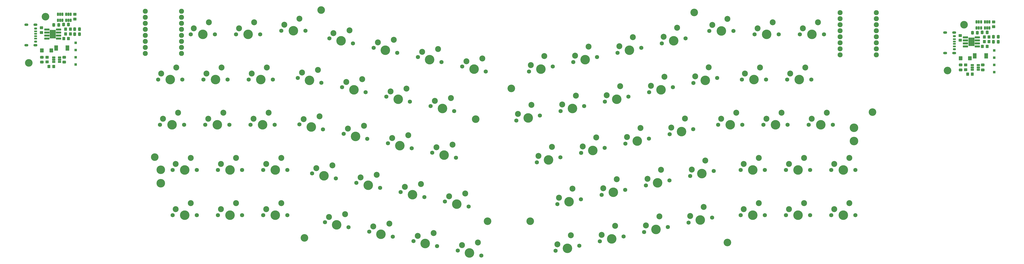
<source format=gbr>
%TF.GenerationSoftware,KiCad,Pcbnew,9.0.3*%
%TF.CreationDate,2025-11-23T22:31:57-05:00*%
%TF.ProjectId,Wren,5772656e-2e6b-4696-9361-645f70636258,rev?*%
%TF.SameCoordinates,Original*%
%TF.FileFunction,Soldermask,Top*%
%TF.FilePolarity,Negative*%
%FSLAX46Y46*%
G04 Gerber Fmt 4.6, Leading zero omitted, Abs format (unit mm)*
G04 Created by KiCad (PCBNEW 9.0.3) date 2025-11-23 22:31:57*
%MOMM*%
%LPD*%
G01*
G04 APERTURE LIST*
G04 Aperture macros list*
%AMRoundRect*
0 Rectangle with rounded corners*
0 $1 Rounding radius*
0 $2 $3 $4 $5 $6 $7 $8 $9 X,Y pos of 4 corners*
0 Add a 4 corners polygon primitive as box body*
4,1,4,$2,$3,$4,$5,$6,$7,$8,$9,$2,$3,0*
0 Add four circle primitives for the rounded corners*
1,1,$1+$1,$2,$3*
1,1,$1+$1,$4,$5*
1,1,$1+$1,$6,$7*
1,1,$1+$1,$8,$9*
0 Add four rect primitives between the rounded corners*
20,1,$1+$1,$2,$3,$4,$5,0*
20,1,$1+$1,$4,$5,$6,$7,0*
20,1,$1+$1,$6,$7,$8,$9,0*
20,1,$1+$1,$8,$9,$2,$3,0*%
G04 Aperture macros list end*
%ADD10C,1.750000*%
%ADD11C,4.000000*%
%ADD12C,2.500000*%
%ADD13RoundRect,0.250000X-0.475000X0.337500X-0.475000X-0.337500X0.475000X-0.337500X0.475000X0.337500X0*%
%ADD14RoundRect,0.198500X-0.508500X-0.198500X0.508500X-0.198500X0.508500X0.198500X-0.508500X0.198500X0*%
%ADD15RoundRect,0.250000X-0.337500X-0.475000X0.337500X-0.475000X0.337500X0.475000X-0.337500X0.475000X0*%
%ADD16R,1.000000X1.000000*%
%ADD17C,3.200000*%
%ADD18RoundRect,0.250000X-0.450000X0.350000X-0.450000X-0.350000X0.450000X-0.350000X0.450000X0.350000X0*%
%ADD19RoundRect,0.175000X-0.425000X0.175000X-0.425000X-0.175000X0.425000X-0.175000X0.425000X0.175000X0*%
%ADD20RoundRect,0.190000X0.410000X-0.190000X0.410000X0.190000X-0.410000X0.190000X-0.410000X-0.190000X0*%
%ADD21RoundRect,0.200000X0.400000X-0.200000X0.400000X0.200000X-0.400000X0.200000X-0.400000X-0.200000X0*%
%ADD22RoundRect,0.175000X0.425000X-0.175000X0.425000X0.175000X-0.425000X0.175000X-0.425000X-0.175000X0*%
%ADD23RoundRect,0.190000X-0.410000X0.190000X-0.410000X-0.190000X0.410000X-0.190000X0.410000X0.190000X0*%
%ADD24RoundRect,0.200000X-0.400000X0.200000X-0.400000X-0.200000X0.400000X-0.200000X0.400000X0.200000X0*%
%ADD25O,1.700000X1.100000*%
%ADD26RoundRect,0.198500X0.198500X-0.508500X0.198500X0.508500X-0.198500X0.508500X-0.198500X-0.508500X0*%
%ADD27RoundRect,0.250000X0.350000X0.450000X-0.350000X0.450000X-0.350000X-0.450000X0.350000X-0.450000X0*%
%ADD28RoundRect,0.250000X-0.350000X-0.450000X0.350000X-0.450000X0.350000X0.450000X-0.350000X0.450000X0*%
%ADD29R,1.600000X2.200000*%
%ADD30RoundRect,0.198500X-0.198500X0.508500X-0.198500X-0.508500X0.198500X-0.508500X0.198500X0.508500X0*%
%ADD31C,3.600000*%
%ADD32RoundRect,0.250000X0.475000X-0.337500X0.475000X0.337500X-0.475000X0.337500X-0.475000X-0.337500X0*%
%ADD33RoundRect,0.100500X-0.986500X-0.301500X0.986500X-0.301500X0.986500X0.301500X-0.986500X0.301500X0*%
%ADD34RoundRect,0.102000X-1.206500X-1.651000X1.206500X-1.651000X1.206500X1.651000X-1.206500X1.651000X0*%
%ADD35RoundRect,0.250000X0.337500X0.475000X-0.337500X0.475000X-0.337500X-0.475000X0.337500X-0.475000X0*%
%ADD36RoundRect,0.143397X-0.616603X-0.696603X0.616603X-0.696603X0.616603X0.696603X-0.616603X0.696603X0*%
%ADD37RoundRect,0.250000X0.450000X-0.350000X0.450000X0.350000X-0.450000X0.350000X-0.450000X-0.350000X0*%
%ADD38C,2.109000*%
G04 APERTURE END LIST*
D10*
%TO.C,SW7*%
X252354143Y-152823976D03*
D11*
X257323133Y-153880168D03*
D10*
X262292123Y-154936359D03*
D12*
X254124486Y-150603529D03*
X260863819Y-149439274D03*
%TD*%
D10*
%TO.C,SW17*%
X163262000Y-177377500D03*
D11*
X168342000Y-177377500D03*
D10*
X173422000Y-177377500D03*
D12*
X164532000Y-174837500D03*
X170882000Y-172297500D03*
%TD*%
D10*
%TO.C,SW54*%
X360044929Y-177384623D03*
D11*
X365124929Y-177384623D03*
D10*
X370204929Y-177384623D03*
D12*
X361314929Y-174844623D03*
X367664929Y-172304623D03*
%TD*%
D13*
%TO.C,C76*%
X84865000Y-148912500D03*
X84865000Y-150987500D03*
%TD*%
D14*
%TO.C,U3*%
X467013500Y-152250000D03*
X467013500Y-153200000D03*
X467013500Y-154150000D03*
X469523500Y-154150000D03*
X469523500Y-153200000D03*
X469523500Y-152250000D03*
%TD*%
D10*
%TO.C,SW55*%
X379094929Y-177384623D03*
D11*
X384174929Y-177384623D03*
D10*
X389254929Y-177384623D03*
D12*
X380364929Y-174844623D03*
X386714929Y-172304623D03*
%TD*%
D15*
%TO.C,D142*%
X475850000Y-140300000D03*
X477925000Y-140300000D03*
%TD*%
D16*
%TO.C,J5*%
X476250000Y-146050000D03*
%TD*%
D17*
%TO.C,H1*%
X258000000Y-175000000D03*
%TD*%
D10*
%TO.C,SW50*%
X283757761Y-193200312D03*
D11*
X288726751Y-192144121D03*
D10*
X293695741Y-191087930D03*
D12*
X284471913Y-190451770D03*
X290155054Y-186647036D03*
%TD*%
D10*
%TO.C,SW14*%
X239076524Y-169477288D03*
D11*
X244045514Y-170533480D03*
D10*
X249014504Y-171589671D03*
D12*
X240846867Y-167256841D03*
X247586200Y-166092586D03*
%TD*%
D10*
%TO.C,SW12*%
X201809101Y-161555853D03*
D11*
X206778091Y-162612045D03*
D10*
X211747081Y-163668236D03*
D12*
X203579444Y-159335406D03*
X210318777Y-158171151D03*
%TD*%
D10*
%TO.C,SW67*%
X347580333Y-218585583D03*
D11*
X352549323Y-217529392D03*
D10*
X357518313Y-216473201D03*
D12*
X348294485Y-215837041D03*
X353977626Y-212032307D03*
%TD*%
D10*
%TO.C,SW58*%
X311010591Y-206883106D03*
D11*
X315979581Y-205826915D03*
D10*
X320948571Y-204770724D03*
D12*
X311724743Y-204134564D03*
X317407884Y-200329830D03*
%TD*%
D16*
%TO.C,J6*%
X476250000Y-149100000D03*
%TD*%
D17*
%TO.C,H12*%
X70000000Y-151325000D03*
%TD*%
D10*
%TO.C,SW51*%
X302391473Y-189239594D03*
D11*
X307360463Y-188183403D03*
D10*
X312329453Y-187127212D03*
D12*
X303105625Y-186491052D03*
X308788766Y-182686318D03*
%TD*%
D10*
%TO.C,SW16*%
X144212000Y-177377500D03*
D11*
X149292000Y-177377500D03*
D10*
X154372000Y-177377500D03*
D12*
X145482000Y-174837500D03*
X151832000Y-172297500D03*
%TD*%
D10*
%TO.C,SW37*%
X299128637Y-150981971D03*
D11*
X304097627Y-149925780D03*
D10*
X309066617Y-148869589D03*
D12*
X299842789Y-148233429D03*
X305525930Y-144428695D03*
%TD*%
D17*
%TO.C,H10*%
X425000000Y-172000000D03*
%TD*%
%TO.C,H9*%
X350000000Y-130000000D03*
%TD*%
D10*
%TO.C,SW62*%
X388619929Y-196434623D03*
D11*
X393699929Y-196434623D03*
D10*
X398779929Y-196434623D03*
D12*
X389889929Y-193894623D03*
X396239929Y-191354623D03*
%TD*%
D18*
%TO.C,R1*%
X464215000Y-152150000D03*
X464215000Y-154150000D03*
%TD*%
D15*
%TO.C,C74*%
X471162500Y-138391500D03*
X473237500Y-138391500D03*
%TD*%
%TO.C,D145*%
X89300000Y-137050000D03*
X91375000Y-137050000D03*
%TD*%
D10*
%TO.C,SW53*%
X339658897Y-181318159D03*
D11*
X344627887Y-180261968D03*
D10*
X349596877Y-179205777D03*
D12*
X340373049Y-178569617D03*
X346056190Y-174764883D03*
%TD*%
D19*
%TO.C,J13*%
X72880000Y-139030000D03*
D20*
X72880000Y-141050000D03*
D21*
X72880000Y-142280000D03*
D22*
X72880000Y-140030000D03*
D23*
X72880000Y-138010000D03*
D24*
X72880000Y-136780000D03*
D25*
X72800000Y-135210000D03*
X69000000Y-135210000D03*
X72800000Y-143850000D03*
X69000000Y-143850000D03*
%TD*%
D10*
%TO.C,SW20*%
X221140495Y-185140482D03*
D11*
X226109485Y-186196674D03*
D10*
X231078475Y-187252865D03*
D12*
X222910838Y-182920035D03*
X229650171Y-181755780D03*
%TD*%
D14*
%TO.C,U6*%
X80463500Y-149000000D03*
X80463500Y-149950000D03*
X80463500Y-150900000D03*
X82973500Y-150900000D03*
X82973500Y-149950000D03*
X82973500Y-149000000D03*
%TD*%
D13*
%TO.C,C72*%
X471415000Y-152162500D03*
X471415000Y-154237500D03*
%TD*%
D26*
%TO.C,Q2*%
X82250000Y-133300000D03*
X83200000Y-133300000D03*
X84150000Y-133300000D03*
X84150000Y-130790000D03*
X83200000Y-130790000D03*
X82250000Y-130790000D03*
%TD*%
D10*
%TO.C,SW70*%
X407669929Y-215484623D03*
D11*
X412749929Y-215484623D03*
D10*
X417829929Y-215484623D03*
D12*
X408939929Y-212944623D03*
X415289929Y-210404623D03*
%TD*%
D17*
%TO.C,H8*%
X364000000Y-227000000D03*
%TD*%
%TO.C,H11*%
X77000000Y-131825000D03*
%TD*%
D10*
%TO.C,SW45*%
X312406067Y-167635365D03*
D11*
X317375057Y-166579174D03*
D10*
X322344047Y-165522983D03*
D12*
X313120219Y-164886823D03*
X318803360Y-161082089D03*
%TD*%
D10*
%TO.C,SW59*%
X329644303Y-202922388D03*
D11*
X334613293Y-201866197D03*
D10*
X339582283Y-200810006D03*
D12*
X330358455Y-200173846D03*
X336041596Y-196369112D03*
%TD*%
D17*
%TO.C,H6*%
X273000000Y-162000000D03*
%TD*%
D10*
%TO.C,SW64*%
X291679197Y-230467736D03*
D11*
X296648187Y-229411545D03*
D10*
X301617177Y-228355354D03*
D12*
X292393349Y-227719194D03*
X298076490Y-223914460D03*
%TD*%
D10*
%TO.C,SW36*%
X280494925Y-154942688D03*
D11*
X285463915Y-153886497D03*
D10*
X290432905Y-152830306D03*
D12*
X281209077Y-152194146D03*
X286892218Y-148389412D03*
%TD*%
D10*
%TO.C,SW13*%
X220442812Y-165516570D03*
D11*
X225411802Y-166572762D03*
D10*
X230380792Y-167628953D03*
D12*
X222213155Y-163296123D03*
X228952488Y-162131868D03*
%TD*%
D15*
%TO.C,C78*%
X84612500Y-135141500D03*
X86687500Y-135141500D03*
%TD*%
D17*
%TO.C,H5*%
X193000000Y-129000000D03*
%TD*%
D10*
%TO.C,SW63*%
X407669929Y-196434623D03*
D11*
X412749929Y-196434623D03*
D10*
X417829929Y-196434623D03*
D12*
X408939929Y-193894623D03*
X415289929Y-191354623D03*
%TD*%
D27*
%TO.C,R9*%
X80465000Y-152800000D03*
X78465000Y-152800000D03*
%TD*%
D28*
%TO.C,R4*%
X472062500Y-140350000D03*
X474062500Y-140350000D03*
%TD*%
D10*
%TO.C,SW11*%
X183175389Y-157595135D03*
D11*
X188144379Y-158651327D03*
D10*
X193113369Y-159707518D03*
D12*
X184945732Y-155374688D03*
X191685065Y-154210433D03*
%TD*%
D28*
%TO.C,R3*%
X471250000Y-144300000D03*
X473250000Y-144300000D03*
%TD*%
D10*
%TO.C,SW19*%
X202506783Y-181179764D03*
D11*
X207475773Y-182235956D03*
D10*
X212444763Y-183292147D03*
D12*
X204277126Y-178959317D03*
X211016459Y-177795062D03*
%TD*%
D10*
%TO.C,SW41*%
X375415048Y-139284629D03*
D11*
X380495048Y-139284629D03*
D10*
X385575048Y-139284629D03*
D12*
X376685048Y-136744629D03*
X383035048Y-134204629D03*
%TD*%
D16*
%TO.C,J9*%
X476250000Y-152150000D03*
%TD*%
D10*
%TO.C,SW43*%
X275138643Y-175556800D03*
D11*
X280107633Y-174500609D03*
D10*
X285076623Y-173444418D03*
D12*
X275852795Y-172808258D03*
X281535936Y-169003524D03*
%TD*%
D15*
%TO.C,D146*%
X89300000Y-139150000D03*
X91375000Y-139150000D03*
%TD*%
D29*
%TO.C,L2*%
X86275000Y-145050000D03*
X81475000Y-145050000D03*
%TD*%
D10*
%TO.C,SW9*%
X143512000Y-158327500D03*
D11*
X148592000Y-158327500D03*
D10*
X153672000Y-158327500D03*
D12*
X144782000Y-155787500D03*
X151132000Y-153247500D03*
%TD*%
D10*
%TO.C,SW6*%
X233720431Y-148863258D03*
D11*
X238689421Y-149919450D03*
D10*
X243658411Y-150975641D03*
D12*
X235490774Y-146642811D03*
X242230107Y-145478556D03*
%TD*%
D30*
%TO.C,U4*%
X474200000Y-134033000D03*
X473250000Y-134033000D03*
X472300000Y-134033000D03*
X472300000Y-136543000D03*
X473250000Y-136543000D03*
X474200000Y-136543000D03*
%TD*%
D10*
%TO.C,SW40*%
X356365048Y-137784229D03*
D11*
X361445048Y-137784229D03*
D10*
X366525048Y-137784229D03*
D12*
X357635048Y-135244229D03*
X363985048Y-132704229D03*
%TD*%
D31*
%TO.C,J1*%
X417250000Y-178600000D03*
%TD*%
D10*
%TO.C,SW15*%
X125162000Y-177377500D03*
D11*
X130242000Y-177377500D03*
D10*
X135322000Y-177377500D03*
D12*
X126432000Y-174837500D03*
X132782000Y-172297500D03*
%TD*%
D10*
%TO.C,SW56*%
X398144929Y-177384623D03*
D11*
X403224929Y-177384623D03*
D10*
X408304929Y-177384623D03*
D12*
X399414929Y-174844623D03*
X405764929Y-172304623D03*
%TD*%
D28*
%TO.C,R11*%
X85512500Y-137100000D03*
X87512500Y-137100000D03*
%TD*%
D10*
%TO.C,SW52*%
X321025185Y-185278876D03*
D11*
X325994175Y-184222685D03*
D10*
X330963165Y-183166494D03*
D12*
X321739337Y-182530334D03*
X327422478Y-178725600D03*
%TD*%
D17*
%TO.C,H14*%
X456550000Y-154500000D03*
%TD*%
D32*
%TO.C,C71*%
X462065000Y-154237500D03*
X462065000Y-152162500D03*
%TD*%
D10*
%TO.C,SW26*%
X207862965Y-201793877D03*
D11*
X212831955Y-202850069D03*
D10*
X217800945Y-203906260D03*
D12*
X209633308Y-199573430D03*
X216372641Y-198409175D03*
%TD*%
D10*
%TO.C,SW46*%
X331039779Y-163674647D03*
D11*
X336008769Y-162618456D03*
D10*
X340977759Y-161562265D03*
D12*
X331753931Y-160926105D03*
X337437072Y-157121371D03*
%TD*%
D10*
%TO.C,SW44*%
X293772355Y-171596082D03*
D11*
X298741345Y-170539891D03*
D10*
X303710335Y-169483700D03*
D12*
X294486507Y-168847540D03*
X300169648Y-165042806D03*
%TD*%
D33*
%TO.C,U8*%
X77600000Y-137240000D03*
X77600000Y-138510000D03*
X77600000Y-139780000D03*
X77600000Y-141050000D03*
X82550000Y-141050000D03*
X82550000Y-139780000D03*
X82550000Y-138510000D03*
X82550000Y-137240000D03*
D34*
X80075000Y-139145000D03*
%TD*%
D10*
%TO.C,SW29*%
X130512000Y-215477500D03*
D11*
X135592000Y-215477500D03*
D10*
X140672000Y-215477500D03*
D12*
X131782000Y-212937500D03*
X138132000Y-210397500D03*
%TD*%
D31*
%TO.C,J4*%
X125550000Y-202000000D03*
%TD*%
D10*
%TO.C,SW31*%
X168612000Y-215477500D03*
D11*
X173692000Y-215477500D03*
D10*
X178772000Y-215477500D03*
D12*
X169882000Y-212937500D03*
X176232000Y-210397500D03*
%TD*%
D35*
%TO.C,C73*%
X469137500Y-138550000D03*
X467062500Y-138550000D03*
%TD*%
D17*
%TO.C,H3*%
X186000000Y-225000000D03*
%TD*%
%TO.C,H7*%
X281000000Y-218000000D03*
%TD*%
D10*
%TO.C,SW27*%
X226496677Y-205754595D03*
D11*
X231465667Y-206810787D03*
D10*
X236434657Y-207866978D03*
D12*
X228267020Y-203534148D03*
X235006353Y-202369893D03*
%TD*%
D18*
%TO.C,R5*%
X475950000Y-134041500D03*
X475950000Y-136041500D03*
%TD*%
D32*
%TO.C,C75*%
X75515000Y-150987500D03*
X75515000Y-148912500D03*
%TD*%
D10*
%TO.C,SW24*%
X168612000Y-196427500D03*
D11*
X173692000Y-196427500D03*
D10*
X178772000Y-196427500D03*
D12*
X169882000Y-193887500D03*
X176232000Y-191347500D03*
%TD*%
D30*
%TO.C,U7*%
X87650000Y-130783000D03*
X86700000Y-130783000D03*
X85750000Y-130783000D03*
X85750000Y-133293000D03*
X86700000Y-133293000D03*
X87650000Y-133293000D03*
%TD*%
D10*
%TO.C,SW61*%
X369569929Y-196434623D03*
D11*
X374649929Y-196434623D03*
D10*
X379729929Y-196434623D03*
D12*
X370839929Y-193894623D03*
X377189929Y-191354623D03*
%TD*%
D10*
%TO.C,SW1*%
X138152000Y-139277500D03*
D11*
X143232000Y-139277500D03*
D10*
X148312000Y-139277500D03*
D12*
X139422000Y-136737500D03*
X145772000Y-134197500D03*
%TD*%
D10*
%TO.C,SW38*%
X317762349Y-147021253D03*
D11*
X322731339Y-145965062D03*
D10*
X327700329Y-144908871D03*
D12*
X318476501Y-144272711D03*
X324159642Y-140467977D03*
%TD*%
D10*
%TO.C,SW49*%
X389104929Y-158334623D03*
D11*
X394184929Y-158334623D03*
D10*
X399264929Y-158334623D03*
D12*
X390374929Y-155794623D03*
X396724929Y-153254623D03*
%TD*%
D10*
%TO.C,SW25*%
X189229253Y-197833159D03*
D11*
X194198243Y-198889351D03*
D10*
X199167233Y-199945542D03*
D12*
X190999596Y-195612712D03*
X197738929Y-194448457D03*
%TD*%
D10*
%TO.C,SW10*%
X162562000Y-158327500D03*
D11*
X167642000Y-158327500D03*
D10*
X172722000Y-158327500D03*
D12*
X163832000Y-155787500D03*
X170182000Y-153247500D03*
%TD*%
D16*
%TO.C,J14*%
X89700000Y-148900000D03*
%TD*%
D10*
%TO.C,SW5*%
X215086719Y-144902540D03*
D11*
X220055709Y-145958732D03*
D10*
X225024699Y-147014923D03*
D12*
X216857062Y-142682093D03*
X223596395Y-141517838D03*
%TD*%
D36*
%TO.C,D144*%
X75535000Y-146050000D03*
X79465000Y-146050000D03*
%TD*%
D10*
%TO.C,SW60*%
X348278015Y-198961671D03*
D11*
X353247005Y-197905480D03*
D10*
X358215995Y-196849289D03*
D12*
X348992167Y-196213129D03*
X354675308Y-192408395D03*
%TD*%
D10*
%TO.C,SW68*%
X369569929Y-215484623D03*
D11*
X374649929Y-215484623D03*
D10*
X379729929Y-215484623D03*
D12*
X370839929Y-212944623D03*
X377189929Y-210404623D03*
%TD*%
D28*
%TO.C,R13*%
X85512500Y-139100000D03*
X87512500Y-139100000D03*
%TD*%
D16*
%TO.C,J11*%
X89700000Y-145850000D03*
%TD*%
D10*
%TO.C,SW32*%
X194585235Y-218447171D03*
D11*
X199554225Y-219503363D03*
D10*
X204523215Y-220559554D03*
D12*
X196355578Y-216226724D03*
X203094911Y-215062469D03*
%TD*%
D10*
%TO.C,SW35*%
X250486370Y-230329324D03*
D11*
X255455360Y-231385516D03*
D10*
X260424350Y-232441707D03*
D12*
X252256713Y-228108877D03*
X258996046Y-226944622D03*
%TD*%
D10*
%TO.C,SW65*%
X310312909Y-226507018D03*
D11*
X315281899Y-225450827D03*
D10*
X320250889Y-224394636D03*
D12*
X311027061Y-223758476D03*
X316710202Y-219953742D03*
%TD*%
D17*
%TO.C,H2*%
X263000000Y-218000000D03*
%TD*%
D10*
%TO.C,SW8*%
X124462000Y-158327500D03*
D11*
X129542000Y-158327500D03*
D10*
X134622000Y-158327500D03*
D12*
X125732000Y-155787500D03*
X132082000Y-153247500D03*
%TD*%
D17*
%TO.C,H4*%
X123000000Y-191000000D03*
%TD*%
D10*
%TO.C,SW28*%
X245130388Y-209715312D03*
D11*
X250099378Y-210771504D03*
D10*
X255068368Y-211827695D03*
D12*
X246900731Y-207494865D03*
X253640064Y-206330610D03*
%TD*%
D29*
%TO.C,L1*%
X472825000Y-148300000D03*
X468025000Y-148300000D03*
%TD*%
D10*
%TO.C,SW39*%
X336396061Y-143060535D03*
D11*
X341365051Y-142004344D03*
D10*
X346334041Y-140948153D03*
D12*
X337110213Y-140311993D03*
X342793354Y-136507259D03*
%TD*%
D10*
%TO.C,SW66*%
X328946621Y-222546301D03*
D11*
X333915611Y-221490110D03*
D10*
X338884601Y-220433919D03*
D12*
X329660773Y-219797759D03*
X335343914Y-215993025D03*
%TD*%
D16*
%TO.C,J7*%
X476250000Y-155200000D03*
%TD*%
D10*
%TO.C,SW30*%
X149562000Y-215477500D03*
D11*
X154642000Y-215477500D03*
D10*
X159722000Y-215477500D03*
D12*
X150832000Y-212937500D03*
X157182000Y-210397500D03*
%TD*%
D37*
%TO.C,R7*%
X461900000Y-141750000D03*
X461900000Y-139750000D03*
%TD*%
D10*
%TO.C,SW2*%
X157202000Y-139277500D03*
D11*
X162282000Y-139277500D03*
D10*
X167362000Y-139277500D03*
D12*
X158472000Y-136737500D03*
X164822000Y-134197500D03*
%TD*%
D10*
%TO.C,SW3*%
X176252000Y-137777100D03*
D11*
X181332000Y-137777100D03*
D10*
X186412000Y-137777100D03*
D12*
X177522000Y-135237100D03*
X183872000Y-132697100D03*
%TD*%
D10*
%TO.C,SW21*%
X239774206Y-189101200D03*
D11*
X244743196Y-190157392D03*
D10*
X249712186Y-191213583D03*
D12*
X241544549Y-186880753D03*
X248283882Y-185716498D03*
%TD*%
D10*
%TO.C,SW34*%
X231852659Y-226368606D03*
D11*
X236821649Y-227424798D03*
D10*
X241790639Y-228480989D03*
D12*
X233623002Y-224148159D03*
X240362335Y-222983904D03*
%TD*%
D36*
%TO.C,D141*%
X462085000Y-149300000D03*
X466015000Y-149300000D03*
%TD*%
D10*
%TO.C,SW33*%
X213218947Y-222407889D03*
D11*
X218187937Y-223464081D03*
D10*
X223156927Y-224520272D03*
D12*
X214989290Y-220187442D03*
X221728623Y-219023187D03*
%TD*%
D28*
%TO.C,R6*%
X472062500Y-142350000D03*
X474062500Y-142350000D03*
%TD*%
D10*
%TO.C,SW18*%
X183873071Y-177219047D03*
D11*
X188842061Y-178275239D03*
D10*
X193811051Y-179331430D03*
D12*
X185643414Y-174998600D03*
X192382747Y-173834345D03*
%TD*%
D18*
%TO.C,R12*%
X89400000Y-130791500D03*
X89400000Y-132791500D03*
%TD*%
D10*
%TO.C,SW23*%
X149562000Y-196427500D03*
D11*
X154642000Y-196427500D03*
D10*
X159722000Y-196427500D03*
D12*
X150832000Y-193887500D03*
X157182000Y-191347500D03*
%TD*%
D26*
%TO.C,Q1*%
X468800000Y-136550000D03*
X469750000Y-136550000D03*
X470700000Y-136550000D03*
X470700000Y-134040000D03*
X469750000Y-134040000D03*
X468800000Y-134040000D03*
%TD*%
D27*
%TO.C,R2*%
X467015000Y-156050000D03*
X465015000Y-156050000D03*
%TD*%
D37*
%TO.C,R14*%
X75350000Y-138500000D03*
X75350000Y-136500000D03*
%TD*%
D31*
%TO.C,J2*%
X417250000Y-184250000D03*
%TD*%
D10*
%TO.C,SW4*%
X196453007Y-140941823D03*
D11*
X201421997Y-141998015D03*
D10*
X206390987Y-143054206D03*
D12*
X198223350Y-138721376D03*
X204962683Y-137557121D03*
%TD*%
D10*
%TO.C,SW69*%
X388619929Y-215484623D03*
D11*
X393699929Y-215484623D03*
D10*
X398779929Y-215484623D03*
D12*
X389889929Y-212944623D03*
X396239929Y-210404623D03*
%TD*%
D15*
%TO.C,D143*%
X475850000Y-142400000D03*
X477925000Y-142400000D03*
%TD*%
D28*
%TO.C,R10*%
X84700000Y-141050000D03*
X86700000Y-141050000D03*
%TD*%
D10*
%TO.C,SW22*%
X130512000Y-196427500D03*
D11*
X135592000Y-196427500D03*
D10*
X140672000Y-196427500D03*
D12*
X131782000Y-193887500D03*
X138132000Y-191347500D03*
%TD*%
D16*
%TO.C,J10*%
X89700000Y-142800000D03*
%TD*%
D10*
%TO.C,SW42*%
X394465048Y-139284629D03*
D11*
X399545048Y-139284629D03*
D10*
X404625048Y-139284629D03*
D12*
X395735048Y-136744629D03*
X402085048Y-134204629D03*
%TD*%
D19*
%TO.C,J8*%
X459430000Y-142280000D03*
D20*
X459430000Y-144300000D03*
D21*
X459430000Y-145530000D03*
D22*
X459430000Y-143280000D03*
D23*
X459430000Y-141260000D03*
D24*
X459430000Y-140030000D03*
D25*
X459350000Y-138460000D03*
X455550000Y-138460000D03*
X459350000Y-147100000D03*
X455550000Y-147100000D03*
%TD*%
D31*
%TO.C,J3*%
X125550000Y-196350000D03*
%TD*%
D18*
%TO.C,R8*%
X77665000Y-148900000D03*
X77665000Y-150900000D03*
%TD*%
D10*
%TO.C,SW57*%
X292376879Y-210843824D03*
D11*
X297345869Y-209787633D03*
D10*
X302314859Y-208731442D03*
D12*
X293091031Y-208095282D03*
X298774172Y-204290548D03*
%TD*%
D10*
%TO.C,SW47*%
X349673442Y-159713929D03*
D11*
X354642432Y-158657738D03*
D10*
X359611422Y-157601547D03*
D12*
X350387594Y-156965387D03*
X356070735Y-153160653D03*
%TD*%
D10*
%TO.C,SW48*%
X370054929Y-158334623D03*
D11*
X375134929Y-158334623D03*
D10*
X380214929Y-158334623D03*
D12*
X371324929Y-155794623D03*
X377674929Y-153254623D03*
%TD*%
D33*
%TO.C,U5*%
X464150000Y-140490000D03*
X464150000Y-141760000D03*
X464150000Y-143030000D03*
X464150000Y-144300000D03*
X469100000Y-144300000D03*
X469100000Y-143030000D03*
X469100000Y-141760000D03*
X469100000Y-140490000D03*
D34*
X466625000Y-142395000D03*
%TD*%
D35*
%TO.C,C77*%
X82587500Y-135300000D03*
X80512500Y-135300000D03*
%TD*%
D17*
%TO.C,H13*%
X463550000Y-135200000D03*
%TD*%
D16*
%TO.C,J12*%
X89700000Y-151950000D03*
%TD*%
D38*
%TO.C,U1*%
X119060000Y-147300000D03*
X119060000Y-144760000D03*
X119060000Y-142220000D03*
X119060000Y-139680000D03*
X119060000Y-134600000D03*
X119060000Y-137140000D03*
X134300000Y-129520000D03*
X119060000Y-129520000D03*
X134300000Y-132060000D03*
X134300000Y-134600000D03*
X134300000Y-137140000D03*
X134300000Y-139680000D03*
X134300000Y-142220000D03*
X134300000Y-144760000D03*
X134300000Y-147300000D03*
X119060000Y-132060000D03*
%TD*%
%TO.C,U2*%
X411380000Y-147880000D03*
X411380000Y-145340000D03*
X411380000Y-142800000D03*
X411380000Y-140260000D03*
X411380000Y-135180000D03*
X411380000Y-137720000D03*
X426620000Y-130100000D03*
X411380000Y-130100000D03*
X426620000Y-132640000D03*
X426620000Y-135180000D03*
X426620000Y-137720000D03*
X426620000Y-140260000D03*
X426620000Y-142800000D03*
X426620000Y-145340000D03*
X426620000Y-147880000D03*
X411380000Y-132640000D03*
%TD*%
M02*

</source>
